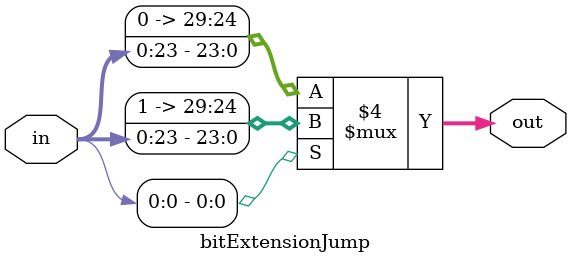
<source format=v>
module bitExtensionJump(in, out);
        input [0:23] in;
        output reg [0:29] out;
        always@(in) begin
                if (in[0] ==1) begin
                        out = {6'b111111, in};
                end else begin
                        out = {6'b000000, in};
                end
        end
endmodule


</source>
